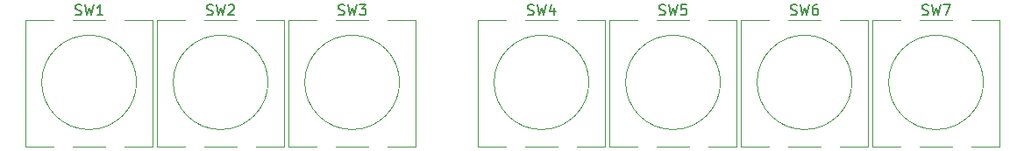
<source format=gbr>
G04 #@! TF.GenerationSoftware,KiCad,Pcbnew,(5.1.5)-3*
G04 #@! TF.CreationDate,2020-02-14T16:00:35-06:00*
G04 #@! TF.ProjectId,7Button,37427574-746f-46e2-9e6b-696361645f70,rev?*
G04 #@! TF.SameCoordinates,Original*
G04 #@! TF.FileFunction,Legend,Top*
G04 #@! TF.FilePolarity,Positive*
%FSLAX46Y46*%
G04 Gerber Fmt 4.6, Leading zero omitted, Abs format (unit mm)*
G04 Created by KiCad (PCBNEW (5.1.5)-3) date 2020-02-14 16:00:35*
%MOMM*%
%LPD*%
G04 APERTURE LIST*
%ADD10C,0.120000*%
%ADD11C,0.150000*%
G04 APERTURE END LIST*
D10*
X222918000Y-126030000D02*
X225638000Y-126030000D01*
X232498000Y-126030000D02*
X235218000Y-126030000D01*
X230638000Y-138330000D02*
X227498000Y-138330000D01*
X235218000Y-138330000D02*
X232498000Y-138330000D01*
X233687050Y-132080000D02*
G75*
G03X233687050Y-132080000I-4579050J0D01*
G01*
X225638000Y-138330000D02*
X222918000Y-138330000D01*
X235218000Y-126030000D02*
X235218000Y-138330000D01*
X227498000Y-126030000D02*
X230638000Y-126030000D01*
X222918000Y-138330000D02*
X222918000Y-126030000D01*
X210218000Y-126030000D02*
X212938000Y-126030000D01*
X219798000Y-126030000D02*
X222518000Y-126030000D01*
X217938000Y-138330000D02*
X214798000Y-138330000D01*
X222518000Y-138330000D02*
X219798000Y-138330000D01*
X220987050Y-132080000D02*
G75*
G03X220987050Y-132080000I-4579050J0D01*
G01*
X212938000Y-138330000D02*
X210218000Y-138330000D01*
X222518000Y-126030000D02*
X222518000Y-138330000D01*
X214798000Y-126030000D02*
X217938000Y-126030000D01*
X210218000Y-138330000D02*
X210218000Y-126030000D01*
X197518000Y-126030000D02*
X200238000Y-126030000D01*
X207098000Y-126030000D02*
X209818000Y-126030000D01*
X205238000Y-138330000D02*
X202098000Y-138330000D01*
X209818000Y-138330000D02*
X207098000Y-138330000D01*
X208287050Y-132080000D02*
G75*
G03X208287050Y-132080000I-4579050J0D01*
G01*
X200238000Y-138330000D02*
X197518000Y-138330000D01*
X209818000Y-126030000D02*
X209818000Y-138330000D01*
X202098000Y-126030000D02*
X205238000Y-126030000D01*
X197518000Y-138330000D02*
X197518000Y-126030000D01*
X184818000Y-126030000D02*
X187538000Y-126030000D01*
X194398000Y-126030000D02*
X197118000Y-126030000D01*
X192538000Y-138330000D02*
X189398000Y-138330000D01*
X197118000Y-138330000D02*
X194398000Y-138330000D01*
X195587050Y-132080000D02*
G75*
G03X195587050Y-132080000I-4579050J0D01*
G01*
X187538000Y-138330000D02*
X184818000Y-138330000D01*
X197118000Y-126030000D02*
X197118000Y-138330000D01*
X189398000Y-126030000D02*
X192538000Y-126030000D01*
X184818000Y-138330000D02*
X184818000Y-126030000D01*
X166530000Y-126030000D02*
X169250000Y-126030000D01*
X176110000Y-126030000D02*
X178830000Y-126030000D01*
X174250000Y-138330000D02*
X171110000Y-138330000D01*
X178830000Y-138330000D02*
X176110000Y-138330000D01*
X177299050Y-132080000D02*
G75*
G03X177299050Y-132080000I-4579050J0D01*
G01*
X169250000Y-138330000D02*
X166530000Y-138330000D01*
X178830000Y-126030000D02*
X178830000Y-138330000D01*
X171110000Y-126030000D02*
X174250000Y-126030000D01*
X166530000Y-138330000D02*
X166530000Y-126030000D01*
X153830000Y-126030000D02*
X156550000Y-126030000D01*
X163410000Y-126030000D02*
X166130000Y-126030000D01*
X161550000Y-138330000D02*
X158410000Y-138330000D01*
X166130000Y-138330000D02*
X163410000Y-138330000D01*
X164599050Y-132080000D02*
G75*
G03X164599050Y-132080000I-4579050J0D01*
G01*
X156550000Y-138330000D02*
X153830000Y-138330000D01*
X166130000Y-126030000D02*
X166130000Y-138330000D01*
X158410000Y-126030000D02*
X161550000Y-126030000D01*
X153830000Y-138330000D02*
X153830000Y-126030000D01*
X141130000Y-126030000D02*
X143850000Y-126030000D01*
X150710000Y-126030000D02*
X153430000Y-126030000D01*
X148850000Y-138330000D02*
X145710000Y-138330000D01*
X153430000Y-138330000D02*
X150710000Y-138330000D01*
X151899050Y-132080000D02*
G75*
G03X151899050Y-132080000I-4579050J0D01*
G01*
X143850000Y-138330000D02*
X141130000Y-138330000D01*
X153430000Y-126030000D02*
X153430000Y-138330000D01*
X145710000Y-126030000D02*
X148850000Y-126030000D01*
X141130000Y-138330000D02*
X141130000Y-126030000D01*
D11*
X227774666Y-125499761D02*
X227917523Y-125547380D01*
X228155619Y-125547380D01*
X228250857Y-125499761D01*
X228298476Y-125452142D01*
X228346095Y-125356904D01*
X228346095Y-125261666D01*
X228298476Y-125166428D01*
X228250857Y-125118809D01*
X228155619Y-125071190D01*
X227965142Y-125023571D01*
X227869904Y-124975952D01*
X227822285Y-124928333D01*
X227774666Y-124833095D01*
X227774666Y-124737857D01*
X227822285Y-124642619D01*
X227869904Y-124595000D01*
X227965142Y-124547380D01*
X228203238Y-124547380D01*
X228346095Y-124595000D01*
X228679428Y-124547380D02*
X228917523Y-125547380D01*
X229108000Y-124833095D01*
X229298476Y-125547380D01*
X229536571Y-124547380D01*
X229822285Y-124547380D02*
X230488952Y-124547380D01*
X230060380Y-125547380D01*
X215074666Y-125499761D02*
X215217523Y-125547380D01*
X215455619Y-125547380D01*
X215550857Y-125499761D01*
X215598476Y-125452142D01*
X215646095Y-125356904D01*
X215646095Y-125261666D01*
X215598476Y-125166428D01*
X215550857Y-125118809D01*
X215455619Y-125071190D01*
X215265142Y-125023571D01*
X215169904Y-124975952D01*
X215122285Y-124928333D01*
X215074666Y-124833095D01*
X215074666Y-124737857D01*
X215122285Y-124642619D01*
X215169904Y-124595000D01*
X215265142Y-124547380D01*
X215503238Y-124547380D01*
X215646095Y-124595000D01*
X215979428Y-124547380D02*
X216217523Y-125547380D01*
X216408000Y-124833095D01*
X216598476Y-125547380D01*
X216836571Y-124547380D01*
X217646095Y-124547380D02*
X217455619Y-124547380D01*
X217360380Y-124595000D01*
X217312761Y-124642619D01*
X217217523Y-124785476D01*
X217169904Y-124975952D01*
X217169904Y-125356904D01*
X217217523Y-125452142D01*
X217265142Y-125499761D01*
X217360380Y-125547380D01*
X217550857Y-125547380D01*
X217646095Y-125499761D01*
X217693714Y-125452142D01*
X217741333Y-125356904D01*
X217741333Y-125118809D01*
X217693714Y-125023571D01*
X217646095Y-124975952D01*
X217550857Y-124928333D01*
X217360380Y-124928333D01*
X217265142Y-124975952D01*
X217217523Y-125023571D01*
X217169904Y-125118809D01*
X202374666Y-125499761D02*
X202517523Y-125547380D01*
X202755619Y-125547380D01*
X202850857Y-125499761D01*
X202898476Y-125452142D01*
X202946095Y-125356904D01*
X202946095Y-125261666D01*
X202898476Y-125166428D01*
X202850857Y-125118809D01*
X202755619Y-125071190D01*
X202565142Y-125023571D01*
X202469904Y-124975952D01*
X202422285Y-124928333D01*
X202374666Y-124833095D01*
X202374666Y-124737857D01*
X202422285Y-124642619D01*
X202469904Y-124595000D01*
X202565142Y-124547380D01*
X202803238Y-124547380D01*
X202946095Y-124595000D01*
X203279428Y-124547380D02*
X203517523Y-125547380D01*
X203708000Y-124833095D01*
X203898476Y-125547380D01*
X204136571Y-124547380D01*
X204993714Y-124547380D02*
X204517523Y-124547380D01*
X204469904Y-125023571D01*
X204517523Y-124975952D01*
X204612761Y-124928333D01*
X204850857Y-124928333D01*
X204946095Y-124975952D01*
X204993714Y-125023571D01*
X205041333Y-125118809D01*
X205041333Y-125356904D01*
X204993714Y-125452142D01*
X204946095Y-125499761D01*
X204850857Y-125547380D01*
X204612761Y-125547380D01*
X204517523Y-125499761D01*
X204469904Y-125452142D01*
X189674666Y-125499761D02*
X189817523Y-125547380D01*
X190055619Y-125547380D01*
X190150857Y-125499761D01*
X190198476Y-125452142D01*
X190246095Y-125356904D01*
X190246095Y-125261666D01*
X190198476Y-125166428D01*
X190150857Y-125118809D01*
X190055619Y-125071190D01*
X189865142Y-125023571D01*
X189769904Y-124975952D01*
X189722285Y-124928333D01*
X189674666Y-124833095D01*
X189674666Y-124737857D01*
X189722285Y-124642619D01*
X189769904Y-124595000D01*
X189865142Y-124547380D01*
X190103238Y-124547380D01*
X190246095Y-124595000D01*
X190579428Y-124547380D02*
X190817523Y-125547380D01*
X191008000Y-124833095D01*
X191198476Y-125547380D01*
X191436571Y-124547380D01*
X192246095Y-124880714D02*
X192246095Y-125547380D01*
X192008000Y-124499761D02*
X191769904Y-125214047D01*
X192388952Y-125214047D01*
X171386666Y-125499761D02*
X171529523Y-125547380D01*
X171767619Y-125547380D01*
X171862857Y-125499761D01*
X171910476Y-125452142D01*
X171958095Y-125356904D01*
X171958095Y-125261666D01*
X171910476Y-125166428D01*
X171862857Y-125118809D01*
X171767619Y-125071190D01*
X171577142Y-125023571D01*
X171481904Y-124975952D01*
X171434285Y-124928333D01*
X171386666Y-124833095D01*
X171386666Y-124737857D01*
X171434285Y-124642619D01*
X171481904Y-124595000D01*
X171577142Y-124547380D01*
X171815238Y-124547380D01*
X171958095Y-124595000D01*
X172291428Y-124547380D02*
X172529523Y-125547380D01*
X172720000Y-124833095D01*
X172910476Y-125547380D01*
X173148571Y-124547380D01*
X173434285Y-124547380D02*
X174053333Y-124547380D01*
X173720000Y-124928333D01*
X173862857Y-124928333D01*
X173958095Y-124975952D01*
X174005714Y-125023571D01*
X174053333Y-125118809D01*
X174053333Y-125356904D01*
X174005714Y-125452142D01*
X173958095Y-125499761D01*
X173862857Y-125547380D01*
X173577142Y-125547380D01*
X173481904Y-125499761D01*
X173434285Y-125452142D01*
X158686666Y-125499761D02*
X158829523Y-125547380D01*
X159067619Y-125547380D01*
X159162857Y-125499761D01*
X159210476Y-125452142D01*
X159258095Y-125356904D01*
X159258095Y-125261666D01*
X159210476Y-125166428D01*
X159162857Y-125118809D01*
X159067619Y-125071190D01*
X158877142Y-125023571D01*
X158781904Y-124975952D01*
X158734285Y-124928333D01*
X158686666Y-124833095D01*
X158686666Y-124737857D01*
X158734285Y-124642619D01*
X158781904Y-124595000D01*
X158877142Y-124547380D01*
X159115238Y-124547380D01*
X159258095Y-124595000D01*
X159591428Y-124547380D02*
X159829523Y-125547380D01*
X160020000Y-124833095D01*
X160210476Y-125547380D01*
X160448571Y-124547380D01*
X160781904Y-124642619D02*
X160829523Y-124595000D01*
X160924761Y-124547380D01*
X161162857Y-124547380D01*
X161258095Y-124595000D01*
X161305714Y-124642619D01*
X161353333Y-124737857D01*
X161353333Y-124833095D01*
X161305714Y-124975952D01*
X160734285Y-125547380D01*
X161353333Y-125547380D01*
X145986666Y-125499761D02*
X146129523Y-125547380D01*
X146367619Y-125547380D01*
X146462857Y-125499761D01*
X146510476Y-125452142D01*
X146558095Y-125356904D01*
X146558095Y-125261666D01*
X146510476Y-125166428D01*
X146462857Y-125118809D01*
X146367619Y-125071190D01*
X146177142Y-125023571D01*
X146081904Y-124975952D01*
X146034285Y-124928333D01*
X145986666Y-124833095D01*
X145986666Y-124737857D01*
X146034285Y-124642619D01*
X146081904Y-124595000D01*
X146177142Y-124547380D01*
X146415238Y-124547380D01*
X146558095Y-124595000D01*
X146891428Y-124547380D02*
X147129523Y-125547380D01*
X147320000Y-124833095D01*
X147510476Y-125547380D01*
X147748571Y-124547380D01*
X148653333Y-125547380D02*
X148081904Y-125547380D01*
X148367619Y-125547380D02*
X148367619Y-124547380D01*
X148272380Y-124690238D01*
X148177142Y-124785476D01*
X148081904Y-124833095D01*
M02*

</source>
